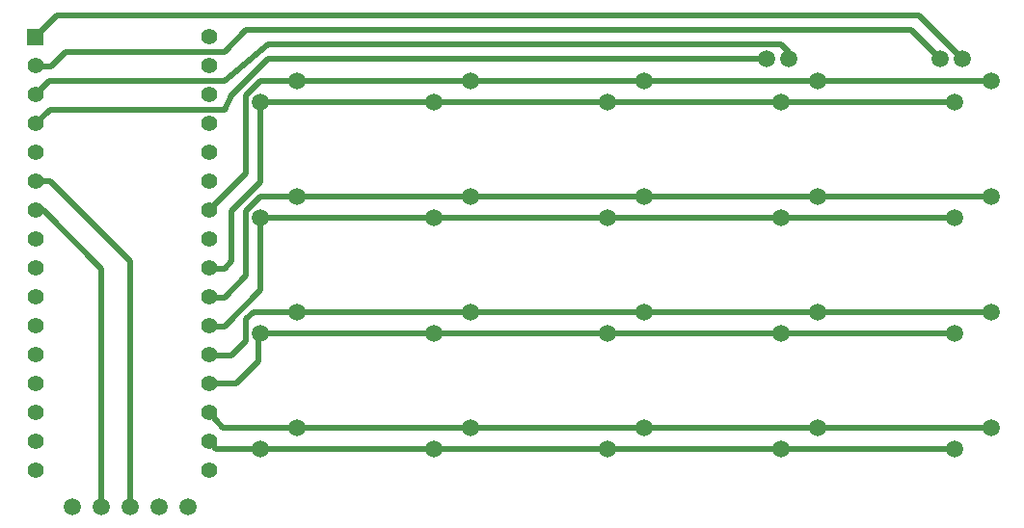
<source format=gbl>
%FSLAX34Y34*%
%MOMM*%
%LNCOPPER_BOTTOM*%
G71*
G01*
%ADD10C, 1.50*%
%ADD11C, 0.50*%
%ADD12C, 1.40*%
%ADD13C, 1.50*%
%LPD*%
X228600Y898525D02*
G54D10*
D03*
X228600Y796925D02*
G54D10*
D03*
X260350Y917575D02*
G54D10*
D03*
X260350Y815975D02*
G54D10*
D03*
X228600Y695325D02*
G54D10*
D03*
X228600Y593725D02*
G54D10*
D03*
X260350Y714375D02*
G54D10*
D03*
X260350Y612775D02*
G54D10*
D03*
X381000Y898525D02*
G54D10*
D03*
X381000Y796925D02*
G54D10*
D03*
X533400Y898525D02*
G54D10*
D03*
X533400Y796925D02*
G54D10*
D03*
G54D11*
X330200Y898525D02*
X533400Y898525D01*
G54D11*
X330200Y796925D02*
X533400Y796925D01*
X412750Y917575D02*
G54D10*
D03*
X412750Y815975D02*
G54D10*
D03*
X565150Y917575D02*
G54D10*
D03*
X565150Y815975D02*
G54D10*
D03*
G54D11*
X330200Y917575D02*
X565150Y917575D01*
G54D11*
X260350Y815975D02*
X565150Y815975D01*
X381000Y695325D02*
G54D10*
D03*
X381000Y593725D02*
G54D10*
D03*
X533400Y695325D02*
G54D10*
D03*
X533400Y593725D02*
G54D10*
D03*
G54D11*
X228600Y695325D02*
X533400Y695325D01*
G54D11*
X228600Y593725D02*
X533400Y593725D01*
X412750Y714375D02*
G54D10*
D03*
X412750Y612775D02*
G54D10*
D03*
X565150Y714375D02*
G54D10*
D03*
X565150Y612775D02*
G54D10*
D03*
G54D11*
X260350Y714375D02*
X565150Y714375D01*
G54D11*
X330200Y612775D02*
X565150Y612775D01*
G54D11*
X381000Y898525D02*
X673100Y898525D01*
G54D11*
X381000Y796925D02*
X673100Y796925D01*
G54D11*
X412750Y917575D02*
X673100Y917575D01*
G54D11*
X412750Y815975D02*
X673100Y815975D01*
G54D11*
X381000Y695325D02*
X673100Y695325D01*
G54D11*
X381000Y593725D02*
X673100Y593725D01*
G54D11*
X412750Y714375D02*
X673100Y714375D01*
G54D11*
X412750Y612775D02*
X673100Y612775D01*
X685800Y898525D02*
G54D10*
D03*
X685800Y796925D02*
G54D10*
D03*
X838200Y898525D02*
G54D10*
D03*
X838200Y796925D02*
G54D10*
D03*
G54D11*
X635000Y898525D02*
X838200Y898525D01*
G54D11*
X635000Y796925D02*
X838200Y796925D01*
X717550Y917575D02*
G54D10*
D03*
X717550Y815975D02*
G54D10*
D03*
X869950Y917575D02*
G54D10*
D03*
X869950Y815975D02*
G54D10*
D03*
G54D11*
X635000Y917575D02*
X869950Y917575D01*
G54D11*
X635000Y815975D02*
X869950Y815975D01*
X685800Y695325D02*
G54D10*
D03*
X685800Y593725D02*
G54D10*
D03*
X838200Y695325D02*
G54D10*
D03*
X838200Y593725D02*
G54D10*
D03*
G54D11*
X635000Y695325D02*
X838200Y695325D01*
G54D11*
X635000Y593725D02*
X838200Y593725D01*
X717550Y714375D02*
G54D10*
D03*
X717550Y612775D02*
G54D10*
D03*
X869950Y714375D02*
G54D10*
D03*
X869950Y612775D02*
G54D10*
D03*
G54D11*
X635000Y714375D02*
X869950Y714375D01*
G54D11*
X635000Y612775D02*
X869950Y612775D01*
X673100Y936625D02*
G54D10*
D03*
X692150Y936625D02*
G54D10*
D03*
X825500Y936625D02*
G54D10*
D03*
X844550Y936625D02*
G54D10*
D03*
G54D11*
X673100Y936625D02*
X234950Y936625D01*
G54D11*
X692150Y936625D02*
X692150Y942975D01*
X685800Y949325D01*
X234950Y949325D01*
X196850Y917575D01*
G54D11*
X825500Y936625D02*
X800100Y962025D01*
X215900Y962025D01*
G54D11*
X844550Y936625D02*
X806450Y974725D01*
X50800Y974725D01*
G36*
X37808Y962942D02*
X37808Y948942D01*
X23808Y948942D01*
X23808Y962942D01*
X37808Y962942D01*
G37*
X30808Y930542D02*
G54D12*
D03*
X30808Y905142D02*
G54D12*
D03*
X30808Y879742D02*
G54D12*
D03*
X30808Y854342D02*
G54D12*
D03*
X30808Y828942D02*
G54D12*
D03*
X30808Y803542D02*
G54D12*
D03*
X30808Y778142D02*
G54D12*
D03*
X30808Y752742D02*
G54D12*
D03*
X30808Y727342D02*
G54D12*
D03*
X30808Y701942D02*
G54D12*
D03*
X30808Y676542D02*
G54D12*
D03*
X30808Y651142D02*
G54D12*
D03*
X30808Y625742D02*
G54D12*
D03*
X30808Y600342D02*
G54D12*
D03*
X30808Y574942D02*
G54D12*
D03*
X183208Y574942D02*
G54D12*
D03*
X183208Y600342D02*
G54D12*
D03*
X183208Y625742D02*
G54D12*
D03*
X183208Y651142D02*
G54D12*
D03*
X183208Y676542D02*
G54D12*
D03*
X183208Y701942D02*
G54D12*
D03*
X183208Y727342D02*
G54D12*
D03*
X183208Y752742D02*
G54D12*
D03*
X183208Y778142D02*
G54D12*
D03*
X183208Y803542D02*
G54D12*
D03*
X183208Y828942D02*
G54D12*
D03*
X183208Y854342D02*
G54D12*
D03*
X183208Y879742D02*
G54D12*
D03*
X183208Y905142D02*
G54D12*
D03*
X183208Y930542D02*
G54D12*
D03*
X183208Y955942D02*
G54D12*
D03*
G54D11*
X330200Y612775D02*
X260350Y612775D01*
X195642Y612775D01*
X183208Y625742D01*
G54D11*
X228600Y593725D02*
X189825Y593725D01*
X183208Y600342D01*
G54D11*
X183208Y651142D02*
X207168Y651142D01*
X227000Y670974D01*
X227000Y693724D01*
X228600Y695325D01*
G54D11*
X260350Y714375D02*
X222250Y714375D01*
X215900Y708025D01*
X215900Y688975D01*
X203200Y676275D01*
X183475Y676275D01*
X183208Y676542D01*
G54D11*
X330200Y796925D02*
X228600Y796925D01*
X228600Y733425D01*
X196850Y701675D01*
X183475Y701675D01*
X183208Y701942D01*
G54D11*
X260350Y815975D02*
X228600Y815975D01*
X215900Y803275D01*
X215900Y746125D01*
X196850Y727075D01*
X183475Y727075D01*
X183208Y727342D01*
G54D11*
X330200Y898525D02*
X228600Y898525D01*
X228600Y828675D01*
X203200Y803275D01*
X203200Y758825D01*
X196850Y752475D01*
X183475Y752475D01*
X183208Y752742D01*
G54D11*
X330200Y917575D02*
X260350Y917575D01*
X228600Y917575D01*
X215900Y904875D01*
X215900Y836234D01*
X183208Y803542D01*
G54D11*
X234950Y936625D02*
X203200Y904875D01*
X196850Y892175D01*
X43775Y892175D01*
X30808Y879742D01*
G54D11*
X196850Y917575D02*
X43242Y917575D01*
X30808Y905142D01*
G54D11*
X215900Y962025D02*
X196850Y942975D01*
X57150Y942975D01*
X44450Y930275D01*
X31075Y930275D01*
X30808Y930542D01*
G54D11*
X50800Y974725D02*
X49592Y974725D01*
X30808Y955942D01*
X63500Y542925D02*
G54D13*
D03*
G54D11*
X30808Y828942D02*
X44183Y828942D01*
X114300Y758825D01*
X114300Y542925D01*
X88900Y542925D02*
G54D13*
D03*
X114300Y542925D02*
G54D13*
D03*
X139700Y542925D02*
G54D13*
D03*
G54D11*
X30808Y803542D02*
X37833Y803542D01*
X88900Y752475D01*
X88900Y542925D01*
X165100Y542925D02*
G54D13*
D03*
M02*

</source>
